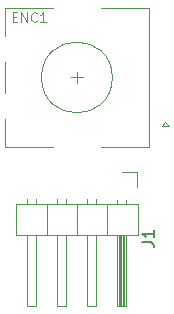
<source format=gto>
G04 #@! TF.GenerationSoftware,KiCad,Pcbnew,(5.1.8)-1*
G04 #@! TF.CreationDate,2022-02-17T23:19:14+01:00*
G04 #@! TF.ProjectId,Vertical Rotary Encoder,56657274-6963-4616-9c20-526f74617279,rev?*
G04 #@! TF.SameCoordinates,Original*
G04 #@! TF.FileFunction,Legend,Top*
G04 #@! TF.FilePolarity,Positive*
%FSLAX46Y46*%
G04 Gerber Fmt 4.6, Leading zero omitted, Abs format (unit mm)*
G04 Created by KiCad (PCBNEW (5.1.8)-1) date 2022-02-17 23:19:14*
%MOMM*%
%LPD*%
G01*
G04 APERTURE LIST*
%ADD10C,0.120000*%
%ADD11C,0.100000*%
%ADD12C,0.150000*%
G04 APERTURE END LIST*
D10*
X144090000Y-121579000D02*
G75*
G03*
X144090000Y-121579000I-3000000J0D01*
G01*
X139090000Y-127479000D02*
X134990000Y-127479000D01*
X134990000Y-115679000D02*
X139090000Y-115679000D01*
X143090000Y-115679000D02*
X147190000Y-115679000D01*
X143090000Y-127479000D02*
X147190000Y-127479000D01*
X147190000Y-127479000D02*
X147190000Y-115679000D01*
X148590000Y-125379000D02*
X148890000Y-125679000D01*
X148890000Y-125679000D02*
X148290000Y-125679000D01*
X148290000Y-125679000D02*
X148590000Y-125379000D01*
X134990000Y-127479000D02*
X134990000Y-125079000D01*
X134990000Y-122879000D02*
X134990000Y-120279000D01*
X134990000Y-118079000D02*
X134990000Y-115679000D01*
X141090000Y-122079000D02*
X141090000Y-121079000D01*
X141590000Y-121579000D02*
X140590000Y-121579000D01*
X146170000Y-129540000D02*
X146170000Y-130810000D01*
X144900000Y-129540000D02*
X146170000Y-129540000D01*
X136900000Y-131852929D02*
X136900000Y-132250000D01*
X137660000Y-131852929D02*
X137660000Y-132250000D01*
X136900000Y-140910000D02*
X136900000Y-134910000D01*
X137660000Y-140910000D02*
X136900000Y-140910000D01*
X137660000Y-134910000D02*
X137660000Y-140910000D01*
X138550000Y-132250000D02*
X138550000Y-134910000D01*
X139440000Y-131852929D02*
X139440000Y-132250000D01*
X140200000Y-131852929D02*
X140200000Y-132250000D01*
X139440000Y-140910000D02*
X139440000Y-134910000D01*
X140200000Y-140910000D02*
X139440000Y-140910000D01*
X140200000Y-134910000D02*
X140200000Y-140910000D01*
X141090000Y-132250000D02*
X141090000Y-134910000D01*
X141980000Y-131852929D02*
X141980000Y-132250000D01*
X142740000Y-131852929D02*
X142740000Y-132250000D01*
X141980000Y-140910000D02*
X141980000Y-134910000D01*
X142740000Y-140910000D02*
X141980000Y-140910000D01*
X142740000Y-134910000D02*
X142740000Y-140910000D01*
X143630000Y-132250000D02*
X143630000Y-134910000D01*
X144520000Y-131920000D02*
X144520000Y-132250000D01*
X145280000Y-131920000D02*
X145280000Y-132250000D01*
X144620000Y-134910000D02*
X144620000Y-140910000D01*
X144740000Y-134910000D02*
X144740000Y-140910000D01*
X144860000Y-134910000D02*
X144860000Y-140910000D01*
X144980000Y-134910000D02*
X144980000Y-140910000D01*
X145100000Y-134910000D02*
X145100000Y-140910000D01*
X145220000Y-134910000D02*
X145220000Y-140910000D01*
X144520000Y-140910000D02*
X144520000Y-134910000D01*
X145280000Y-140910000D02*
X144520000Y-140910000D01*
X145280000Y-134910000D02*
X145280000Y-140910000D01*
X146230000Y-134910000D02*
X146230000Y-132250000D01*
X135950000Y-134910000D02*
X146230000Y-134910000D01*
X135950000Y-132250000D02*
X135950000Y-134910000D01*
X146230000Y-132250000D02*
X135950000Y-132250000D01*
D11*
X135654571Y-116441857D02*
X135921238Y-116441857D01*
X136035523Y-116860904D02*
X135654571Y-116860904D01*
X135654571Y-116060904D01*
X136035523Y-116060904D01*
X136378380Y-116860904D02*
X136378380Y-116060904D01*
X136835523Y-116860904D01*
X136835523Y-116060904D01*
X137673619Y-116784714D02*
X137635523Y-116822809D01*
X137521238Y-116860904D01*
X137445047Y-116860904D01*
X137330761Y-116822809D01*
X137254571Y-116746619D01*
X137216476Y-116670428D01*
X137178380Y-116518047D01*
X137178380Y-116403761D01*
X137216476Y-116251380D01*
X137254571Y-116175190D01*
X137330761Y-116099000D01*
X137445047Y-116060904D01*
X137521238Y-116060904D01*
X137635523Y-116099000D01*
X137673619Y-116137095D01*
X138435523Y-116860904D02*
X137978380Y-116860904D01*
X138206952Y-116860904D02*
X138206952Y-116060904D01*
X138130761Y-116175190D01*
X138054571Y-116251380D01*
X137978380Y-116289476D01*
D12*
X146622380Y-135528333D02*
X147336666Y-135528333D01*
X147479523Y-135575952D01*
X147574761Y-135671190D01*
X147622380Y-135814047D01*
X147622380Y-135909285D01*
X147622380Y-134528333D02*
X147622380Y-135099761D01*
X147622380Y-134814047D02*
X146622380Y-134814047D01*
X146765238Y-134909285D01*
X146860476Y-135004523D01*
X146908095Y-135099761D01*
M02*

</source>
